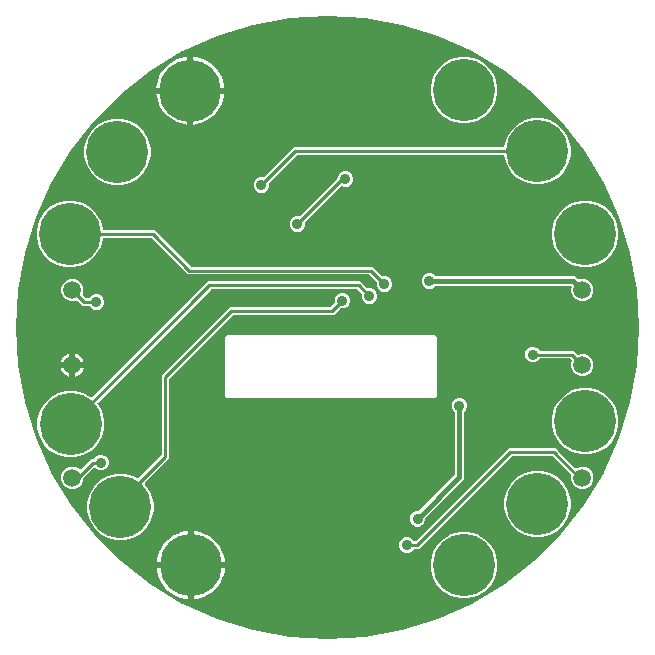
<source format=gbr>
G04 EAGLE Gerber RS-274X export*
G75*
%MOMM*%
%FSLAX34Y34*%
%LPD*%
%INBottom Copper*%
%IPPOS*%
%AMOC8*
5,1,8,0,0,1.08239X$1,22.5*%
G01*
%ADD10C,5.266000*%
%ADD11C,1.500000*%
%ADD12C,0.906400*%
%ADD13C,0.254000*%
%ADD14C,0.406400*%

G36*
X31749Y-262114D02*
X31749Y-262114D01*
X31756Y-262113D01*
X31901Y-262096D01*
X63112Y-256376D01*
X63119Y-256374D01*
X63261Y-256339D01*
X93555Y-246899D01*
X93561Y-246897D01*
X93698Y-246845D01*
X122633Y-233823D01*
X122639Y-233819D01*
X122769Y-233751D01*
X149923Y-217336D01*
X149928Y-217332D01*
X150049Y-217249D01*
X175027Y-197680D01*
X175032Y-197675D01*
X175142Y-197578D01*
X197578Y-175142D01*
X197583Y-175136D01*
X197680Y-175027D01*
X217249Y-150049D01*
X217252Y-150043D01*
X217336Y-149923D01*
X233751Y-122769D01*
X233754Y-122763D01*
X233823Y-122633D01*
X246845Y-93698D01*
X246847Y-93691D01*
X246899Y-93555D01*
X256339Y-63261D01*
X256341Y-63254D01*
X256376Y-63112D01*
X262096Y-31901D01*
X262096Y-31895D01*
X262113Y-31757D01*
X262114Y-31753D01*
X262114Y-31752D01*
X262114Y-31749D01*
X264030Y-77D01*
X264029Y-70D01*
X264030Y77D01*
X262114Y31749D01*
X262113Y31756D01*
X262096Y31901D01*
X256376Y63112D01*
X256374Y63119D01*
X256339Y63261D01*
X246899Y93555D01*
X246897Y93561D01*
X246845Y93698D01*
X233823Y122633D01*
X233819Y122639D01*
X233751Y122769D01*
X217336Y149923D01*
X217332Y149928D01*
X217249Y150049D01*
X197680Y175027D01*
X197675Y175032D01*
X197578Y175142D01*
X175142Y197578D01*
X175136Y197583D01*
X175027Y197680D01*
X150049Y217249D01*
X150043Y217252D01*
X149923Y217336D01*
X122769Y233751D01*
X122763Y233754D01*
X122633Y233823D01*
X93698Y246845D01*
X93691Y246847D01*
X93555Y246899D01*
X63261Y256339D01*
X63254Y256341D01*
X63112Y256376D01*
X31901Y262096D01*
X31894Y262096D01*
X31749Y262114D01*
X77Y264030D01*
X70Y264029D01*
X-77Y264030D01*
X-31749Y262114D01*
X-31756Y262113D01*
X-31901Y262096D01*
X-63112Y256376D01*
X-63116Y256375D01*
X-63120Y256375D01*
X-63132Y256371D01*
X-63261Y256339D01*
X-93555Y246899D01*
X-93561Y246897D01*
X-93698Y246845D01*
X-122633Y233823D01*
X-122639Y233819D01*
X-122769Y233751D01*
X-149923Y217336D01*
X-149928Y217332D01*
X-150049Y217249D01*
X-175027Y197680D01*
X-175032Y197675D01*
X-175142Y197578D01*
X-197578Y175142D01*
X-197583Y175136D01*
X-197680Y175027D01*
X-217249Y150049D01*
X-217252Y150043D01*
X-217336Y149923D01*
X-233751Y122769D01*
X-233754Y122763D01*
X-233823Y122633D01*
X-246845Y93698D01*
X-246847Y93691D01*
X-246899Y93555D01*
X-256339Y63261D01*
X-256341Y63254D01*
X-256376Y63112D01*
X-262096Y31901D01*
X-262096Y31894D01*
X-262114Y31749D01*
X-264030Y77D01*
X-264029Y70D01*
X-264030Y-77D01*
X-262114Y-31749D01*
X-262113Y-31756D01*
X-262096Y-31901D01*
X-256376Y-63112D01*
X-256374Y-63119D01*
X-256339Y-63261D01*
X-246899Y-93555D01*
X-246897Y-93561D01*
X-246845Y-93698D01*
X-233823Y-122633D01*
X-233819Y-122639D01*
X-233751Y-122769D01*
X-217336Y-149923D01*
X-217332Y-149928D01*
X-217249Y-150049D01*
X-197680Y-175027D01*
X-197675Y-175032D01*
X-197578Y-175142D01*
X-175142Y-197578D01*
X-175136Y-197583D01*
X-175027Y-197680D01*
X-150049Y-217249D01*
X-150043Y-217252D01*
X-149923Y-217336D01*
X-122769Y-233751D01*
X-122763Y-233754D01*
X-122633Y-233823D01*
X-93698Y-246845D01*
X-93691Y-246847D01*
X-93555Y-246899D01*
X-63261Y-256339D01*
X-63254Y-256341D01*
X-63112Y-256376D01*
X-31901Y-262096D01*
X-31894Y-262096D01*
X-31749Y-262114D01*
X-77Y-264030D01*
X-70Y-264029D01*
X77Y-264030D01*
X31749Y-262114D01*
G37*
%LPC*%
G36*
X-84872Y-59691D02*
X-84872Y-59691D01*
X-86361Y-58202D01*
X-86361Y-7838D01*
X-84872Y-6349D01*
X91222Y-6349D01*
X92711Y-7838D01*
X92711Y-58202D01*
X91222Y-59691D01*
X-84872Y-59691D01*
G37*
%LPD*%
%LPC*%
G36*
X-221125Y-109897D02*
X-221125Y-109897D01*
X-228274Y-107981D01*
X-234683Y-104281D01*
X-239917Y-99047D01*
X-243617Y-92638D01*
X-245533Y-85489D01*
X-245533Y-78087D01*
X-243617Y-70938D01*
X-239917Y-64529D01*
X-234683Y-59295D01*
X-228274Y-55595D01*
X-221125Y-53679D01*
X-213723Y-53679D01*
X-206574Y-55595D01*
X-200652Y-59014D01*
X-200548Y-59058D01*
X-200448Y-59109D01*
X-200402Y-59119D01*
X-200358Y-59138D01*
X-200247Y-59154D01*
X-200138Y-59179D01*
X-200090Y-59177D01*
X-200044Y-59184D01*
X-199932Y-59172D01*
X-199820Y-59169D01*
X-199774Y-59156D01*
X-199728Y-59151D01*
X-199622Y-59112D01*
X-199514Y-59081D01*
X-199474Y-59057D01*
X-199429Y-59040D01*
X-199337Y-58976D01*
X-199240Y-58919D01*
X-199186Y-58871D01*
X-199168Y-58859D01*
X-199156Y-58845D01*
X-199119Y-58813D01*
X-101230Y39077D01*
X27824Y39077D01*
X33294Y33606D01*
X33373Y33546D01*
X33445Y33478D01*
X33498Y33449D01*
X33546Y33412D01*
X33637Y33372D01*
X33723Y33324D01*
X33782Y33309D01*
X33837Y33285D01*
X33935Y33270D01*
X34031Y33245D01*
X34131Y33239D01*
X34152Y33235D01*
X34164Y33237D01*
X34192Y33235D01*
X36866Y33235D01*
X39279Y32235D01*
X41125Y30389D01*
X42125Y27976D01*
X42125Y25364D01*
X41125Y22951D01*
X39279Y21105D01*
X36866Y20105D01*
X34254Y20105D01*
X31841Y21105D01*
X29995Y22951D01*
X28995Y25364D01*
X28995Y28038D01*
X28983Y28136D01*
X28980Y28235D01*
X28963Y28294D01*
X28955Y28354D01*
X28919Y28446D01*
X28891Y28541D01*
X28861Y28593D01*
X28838Y28649D01*
X28780Y28729D01*
X28730Y28815D01*
X28664Y28890D01*
X28652Y28907D01*
X28642Y28915D01*
X28624Y28936D01*
X25460Y32100D01*
X25381Y32160D01*
X25309Y32228D01*
X25256Y32257D01*
X25208Y32294D01*
X25117Y32334D01*
X25031Y32382D01*
X24972Y32397D01*
X24917Y32421D01*
X24819Y32436D01*
X24723Y32461D01*
X24623Y32467D01*
X24602Y32471D01*
X24590Y32469D01*
X24562Y32471D01*
X-97968Y32471D01*
X-98066Y32459D01*
X-98165Y32456D01*
X-98224Y32439D01*
X-98284Y32431D01*
X-98376Y32395D01*
X-98471Y32367D01*
X-98523Y32337D01*
X-98579Y32314D01*
X-98659Y32256D01*
X-98745Y32206D01*
X-98820Y32140D01*
X-98837Y32128D01*
X-98845Y32118D01*
X-98866Y32100D01*
X-194449Y-63483D01*
X-194518Y-63572D01*
X-194593Y-63656D01*
X-194615Y-63697D01*
X-194644Y-63735D01*
X-194688Y-63838D01*
X-194740Y-63937D01*
X-194751Y-63983D01*
X-194770Y-64027D01*
X-194788Y-64138D01*
X-194813Y-64247D01*
X-194812Y-64294D01*
X-194820Y-64341D01*
X-194809Y-64453D01*
X-194807Y-64565D01*
X-194794Y-64610D01*
X-194790Y-64657D01*
X-194752Y-64763D01*
X-194722Y-64871D01*
X-194690Y-64936D01*
X-194682Y-64957D01*
X-194672Y-64972D01*
X-194650Y-65016D01*
X-191231Y-70938D01*
X-189315Y-78087D01*
X-189315Y-85489D01*
X-191231Y-92638D01*
X-194931Y-99047D01*
X-200165Y-104281D01*
X-206574Y-107981D01*
X-213723Y-109897D01*
X-221125Y-109897D01*
G37*
%LPD*%
%LPC*%
G36*
X-178961Y-180001D02*
X-178961Y-180001D01*
X-186110Y-178085D01*
X-192519Y-174385D01*
X-197753Y-169151D01*
X-201453Y-162742D01*
X-203369Y-155593D01*
X-203369Y-148191D01*
X-201453Y-141042D01*
X-197753Y-134633D01*
X-192519Y-129399D01*
X-186110Y-125699D01*
X-178961Y-123783D01*
X-171559Y-123783D01*
X-164410Y-125699D01*
X-161386Y-127445D01*
X-161282Y-127489D01*
X-161182Y-127540D01*
X-161137Y-127550D01*
X-161093Y-127568D01*
X-160982Y-127585D01*
X-160872Y-127609D01*
X-160825Y-127608D01*
X-160778Y-127615D01*
X-160667Y-127603D01*
X-160554Y-127600D01*
X-160509Y-127586D01*
X-160462Y-127582D01*
X-160357Y-127542D01*
X-160249Y-127511D01*
X-160208Y-127487D01*
X-160164Y-127471D01*
X-160072Y-127407D01*
X-159975Y-127350D01*
X-159920Y-127302D01*
X-159903Y-127289D01*
X-159891Y-127276D01*
X-159854Y-127243D01*
X-140834Y-108224D01*
X-140774Y-108145D01*
X-140706Y-108073D01*
X-140677Y-108020D01*
X-140640Y-107972D01*
X-140600Y-107881D01*
X-140552Y-107795D01*
X-140537Y-107736D01*
X-140513Y-107681D01*
X-140498Y-107583D01*
X-140473Y-107487D01*
X-140467Y-107387D01*
X-140463Y-107366D01*
X-140465Y-107354D01*
X-140463Y-107326D01*
X-140463Y-40542D01*
X-82648Y17273D01*
X1916Y17273D01*
X2014Y17285D01*
X2113Y17288D01*
X2172Y17305D01*
X2232Y17313D01*
X2324Y17349D01*
X2419Y17377D01*
X2471Y17407D01*
X2527Y17430D01*
X2607Y17488D01*
X2693Y17538D01*
X2768Y17604D01*
X2785Y17616D01*
X2793Y17626D01*
X2814Y17644D01*
X5764Y20594D01*
X5824Y20673D01*
X5892Y20745D01*
X5921Y20798D01*
X5958Y20846D01*
X5998Y20937D01*
X6046Y21023D01*
X6061Y21082D01*
X6085Y21137D01*
X6100Y21235D01*
X6125Y21331D01*
X6131Y21431D01*
X6135Y21452D01*
X6133Y21464D01*
X6135Y21492D01*
X6135Y24166D01*
X7135Y26579D01*
X8981Y28425D01*
X11394Y29425D01*
X14006Y29425D01*
X16419Y28425D01*
X18265Y26579D01*
X19265Y24166D01*
X19265Y21554D01*
X18265Y19141D01*
X16419Y17295D01*
X14006Y16295D01*
X11332Y16295D01*
X11234Y16283D01*
X11135Y16280D01*
X11076Y16263D01*
X11016Y16255D01*
X10924Y16219D01*
X10829Y16191D01*
X10777Y16161D01*
X10721Y16138D01*
X10641Y16080D01*
X10555Y16030D01*
X10480Y15964D01*
X10463Y15952D01*
X10455Y15942D01*
X10434Y15924D01*
X5178Y10667D01*
X-79386Y10667D01*
X-79484Y10655D01*
X-79583Y10652D01*
X-79642Y10635D01*
X-79702Y10627D01*
X-79794Y10591D01*
X-79889Y10563D01*
X-79941Y10533D01*
X-79997Y10510D01*
X-80077Y10452D01*
X-80163Y10402D01*
X-80238Y10336D01*
X-80255Y10324D01*
X-80263Y10314D01*
X-80284Y10296D01*
X-133486Y-42906D01*
X-133546Y-42985D01*
X-133614Y-43057D01*
X-133643Y-43110D01*
X-133680Y-43158D01*
X-133720Y-43249D01*
X-133768Y-43335D01*
X-133783Y-43394D01*
X-133807Y-43449D01*
X-133822Y-43547D01*
X-133847Y-43643D01*
X-133853Y-43743D01*
X-133857Y-43764D01*
X-133855Y-43776D01*
X-133857Y-43804D01*
X-133857Y-110588D01*
X-154437Y-131168D01*
X-154510Y-131262D01*
X-154589Y-131351D01*
X-154607Y-131387D01*
X-154632Y-131419D01*
X-154680Y-131529D01*
X-154734Y-131635D01*
X-154742Y-131674D01*
X-154759Y-131711D01*
X-154777Y-131829D01*
X-154803Y-131945D01*
X-154802Y-131985D01*
X-154808Y-132025D01*
X-154797Y-132144D01*
X-154794Y-132263D01*
X-154782Y-132302D01*
X-154779Y-132342D01*
X-154738Y-132454D01*
X-154705Y-132568D01*
X-154685Y-132603D01*
X-154671Y-132641D01*
X-154604Y-132740D01*
X-154544Y-132842D01*
X-154504Y-132887D01*
X-154492Y-132904D01*
X-154477Y-132918D01*
X-154437Y-132963D01*
X-152767Y-134633D01*
X-149067Y-141042D01*
X-147151Y-148191D01*
X-147151Y-155593D01*
X-149067Y-162742D01*
X-152767Y-169151D01*
X-158001Y-174385D01*
X-164410Y-178085D01*
X-171559Y-180001D01*
X-178961Y-180001D01*
G37*
%LPD*%
%LPC*%
G36*
X46954Y30265D02*
X46954Y30265D01*
X44541Y31265D01*
X42695Y33111D01*
X41695Y35524D01*
X41695Y38198D01*
X41683Y38296D01*
X41680Y38395D01*
X41663Y38454D01*
X41655Y38514D01*
X41619Y38606D01*
X41591Y38701D01*
X41561Y38753D01*
X41538Y38809D01*
X41480Y38889D01*
X41430Y38975D01*
X41364Y39050D01*
X41352Y39067D01*
X41342Y39075D01*
X41324Y39096D01*
X35834Y44586D01*
X35755Y44646D01*
X35683Y44714D01*
X35630Y44743D01*
X35582Y44780D01*
X35491Y44820D01*
X35405Y44868D01*
X35346Y44883D01*
X35291Y44907D01*
X35193Y44922D01*
X35097Y44947D01*
X34997Y44953D01*
X34976Y44957D01*
X34964Y44955D01*
X34936Y44957D01*
X-118208Y44957D01*
X-148824Y75574D01*
X-148903Y75634D01*
X-148975Y75702D01*
X-149028Y75731D01*
X-149076Y75768D01*
X-149167Y75808D01*
X-149253Y75856D01*
X-149312Y75871D01*
X-149367Y75895D01*
X-149465Y75910D01*
X-149561Y75935D01*
X-149661Y75941D01*
X-149682Y75945D01*
X-149694Y75943D01*
X-149722Y75945D01*
X-188997Y75945D01*
X-189108Y75931D01*
X-189220Y75925D01*
X-189265Y75911D01*
X-189312Y75905D01*
X-189417Y75864D01*
X-189524Y75831D01*
X-189564Y75806D01*
X-189608Y75788D01*
X-189699Y75722D01*
X-189794Y75663D01*
X-189827Y75629D01*
X-189865Y75602D01*
X-189937Y75515D01*
X-190015Y75434D01*
X-190038Y75393D01*
X-190068Y75357D01*
X-190116Y75255D01*
X-190171Y75157D01*
X-190194Y75088D01*
X-190204Y75069D01*
X-190207Y75051D01*
X-190223Y75005D01*
X-191993Y68398D01*
X-195693Y61989D01*
X-200927Y56755D01*
X-207336Y53055D01*
X-214485Y51139D01*
X-221887Y51139D01*
X-229036Y53055D01*
X-235445Y56755D01*
X-240679Y61989D01*
X-244379Y68398D01*
X-246295Y75547D01*
X-246295Y82949D01*
X-244379Y90098D01*
X-240679Y96507D01*
X-235445Y101741D01*
X-229036Y105441D01*
X-221887Y107357D01*
X-214485Y107357D01*
X-207336Y105441D01*
X-200927Y101741D01*
X-195693Y96507D01*
X-191993Y90098D01*
X-190223Y83491D01*
X-190180Y83387D01*
X-190146Y83281D01*
X-190120Y83241D01*
X-190103Y83197D01*
X-190036Y83107D01*
X-189975Y83012D01*
X-189941Y82980D01*
X-189913Y82942D01*
X-189826Y82871D01*
X-189744Y82794D01*
X-189703Y82771D01*
X-189666Y82741D01*
X-189564Y82695D01*
X-189465Y82640D01*
X-189420Y82629D01*
X-189377Y82609D01*
X-189266Y82589D01*
X-189157Y82561D01*
X-189085Y82556D01*
X-189064Y82553D01*
X-189046Y82554D01*
X-188997Y82551D01*
X-146460Y82551D01*
X-115844Y51934D01*
X-115765Y51874D01*
X-115693Y51806D01*
X-115640Y51777D01*
X-115592Y51740D01*
X-115501Y51700D01*
X-115415Y51652D01*
X-115356Y51637D01*
X-115301Y51613D01*
X-115203Y51598D01*
X-115107Y51573D01*
X-115007Y51567D01*
X-114986Y51563D01*
X-114974Y51565D01*
X-114946Y51563D01*
X38198Y51563D01*
X45994Y43766D01*
X46073Y43706D01*
X46145Y43638D01*
X46198Y43609D01*
X46246Y43572D01*
X46337Y43532D01*
X46423Y43484D01*
X46482Y43469D01*
X46537Y43445D01*
X46635Y43430D01*
X46731Y43405D01*
X46831Y43399D01*
X46852Y43395D01*
X46864Y43397D01*
X46892Y43395D01*
X49566Y43395D01*
X51979Y42395D01*
X53825Y40549D01*
X54825Y38136D01*
X54825Y35524D01*
X53825Y33111D01*
X51979Y31265D01*
X49566Y30265D01*
X46954Y30265D01*
G37*
%LPD*%
%LPC*%
G36*
X-57186Y114085D02*
X-57186Y114085D01*
X-59599Y115085D01*
X-61445Y116931D01*
X-62445Y119344D01*
X-62445Y121956D01*
X-61445Y124369D01*
X-59599Y126215D01*
X-57186Y127215D01*
X-54512Y127215D01*
X-54414Y127227D01*
X-54315Y127230D01*
X-54256Y127247D01*
X-54196Y127255D01*
X-54104Y127291D01*
X-54009Y127319D01*
X-53957Y127349D01*
X-53901Y127372D01*
X-53821Y127430D01*
X-53735Y127480D01*
X-53660Y127546D01*
X-53643Y127558D01*
X-53635Y127568D01*
X-53614Y127586D01*
X-28546Y152655D01*
X148611Y152655D01*
X148722Y152669D01*
X148834Y152675D01*
X148879Y152689D01*
X148926Y152695D01*
X149031Y152736D01*
X149138Y152769D01*
X149178Y152794D01*
X149222Y152812D01*
X149313Y152878D01*
X149408Y152937D01*
X149441Y152971D01*
X149479Y152998D01*
X149551Y153085D01*
X149629Y153166D01*
X149652Y153207D01*
X149682Y153243D01*
X149730Y153345D01*
X149785Y153443D01*
X149808Y153512D01*
X149818Y153531D01*
X149821Y153549D01*
X149837Y153595D01*
X151607Y160202D01*
X155307Y166611D01*
X160541Y171845D01*
X166950Y175545D01*
X174099Y177461D01*
X181501Y177461D01*
X188650Y175545D01*
X195059Y171845D01*
X200293Y166611D01*
X203993Y160202D01*
X205909Y153053D01*
X205909Y145651D01*
X203993Y138502D01*
X200293Y132093D01*
X195059Y126859D01*
X188650Y123159D01*
X181501Y121243D01*
X174099Y121243D01*
X166950Y123159D01*
X160541Y126859D01*
X155307Y132093D01*
X151607Y138502D01*
X149837Y145109D01*
X149794Y145213D01*
X149760Y145319D01*
X149734Y145359D01*
X149717Y145403D01*
X149650Y145493D01*
X149589Y145588D01*
X149555Y145620D01*
X149527Y145658D01*
X149440Y145729D01*
X149358Y145806D01*
X149317Y145829D01*
X149280Y145859D01*
X149178Y145905D01*
X149079Y145960D01*
X149034Y145971D01*
X148991Y145991D01*
X148880Y146011D01*
X148771Y146039D01*
X148699Y146044D01*
X148678Y146047D01*
X148660Y146046D01*
X148611Y146049D01*
X-25284Y146049D01*
X-25382Y146037D01*
X-25481Y146034D01*
X-25540Y146017D01*
X-25600Y146009D01*
X-25692Y145973D01*
X-25787Y145945D01*
X-25839Y145915D01*
X-25895Y145892D01*
X-25975Y145834D01*
X-26061Y145784D01*
X-26136Y145718D01*
X-26153Y145706D01*
X-26161Y145696D01*
X-26182Y145678D01*
X-48944Y122916D01*
X-49004Y122837D01*
X-49072Y122765D01*
X-49101Y122712D01*
X-49138Y122664D01*
X-49178Y122573D01*
X-49226Y122487D01*
X-49241Y122428D01*
X-49265Y122373D01*
X-49280Y122275D01*
X-49305Y122179D01*
X-49311Y122079D01*
X-49315Y122058D01*
X-49313Y122046D01*
X-49315Y122018D01*
X-49315Y119344D01*
X-50315Y116931D01*
X-52161Y115085D01*
X-54574Y114085D01*
X-57186Y114085D01*
G37*
%LPD*%
%LPC*%
G36*
X111869Y173059D02*
X111869Y173059D01*
X104720Y174975D01*
X98311Y178675D01*
X93077Y183909D01*
X89377Y190318D01*
X87461Y197467D01*
X87461Y204869D01*
X89377Y212018D01*
X93077Y218427D01*
X98311Y223661D01*
X104720Y227361D01*
X111869Y229277D01*
X119271Y229277D01*
X126420Y227361D01*
X132829Y223661D01*
X138063Y218427D01*
X141763Y212018D01*
X143679Y204869D01*
X143679Y197467D01*
X141763Y190318D01*
X138063Y183909D01*
X132829Y178675D01*
X126420Y174975D01*
X119271Y173059D01*
X111869Y173059D01*
G37*
%LPD*%
%LPC*%
G36*
X111869Y-229277D02*
X111869Y-229277D01*
X104720Y-227361D01*
X98311Y-223661D01*
X93077Y-218427D01*
X89377Y-212018D01*
X87461Y-204869D01*
X87461Y-197467D01*
X89377Y-190318D01*
X93077Y-183909D01*
X98311Y-178675D01*
X104720Y-174975D01*
X111869Y-173059D01*
X119271Y-173059D01*
X126420Y-174975D01*
X132829Y-178675D01*
X138063Y-183909D01*
X141763Y-190318D01*
X143679Y-197467D01*
X143679Y-204869D01*
X141763Y-212018D01*
X138063Y-218427D01*
X132829Y-223661D01*
X126420Y-227361D01*
X119271Y-229277D01*
X111869Y-229277D01*
G37*
%LPD*%
%LPC*%
G36*
X174099Y-177461D02*
X174099Y-177461D01*
X166950Y-175545D01*
X160541Y-171845D01*
X155307Y-166611D01*
X151607Y-160202D01*
X149691Y-153053D01*
X149691Y-145651D01*
X151607Y-138502D01*
X155307Y-132093D01*
X160541Y-126859D01*
X166950Y-123159D01*
X174099Y-121243D01*
X181501Y-121243D01*
X188650Y-123159D01*
X195059Y-126859D01*
X200293Y-132093D01*
X203993Y-138502D01*
X205909Y-145651D01*
X205909Y-153053D01*
X203993Y-160202D01*
X200293Y-166611D01*
X195059Y-171845D01*
X188650Y-175545D01*
X181501Y-177461D01*
X174099Y-177461D01*
G37*
%LPD*%
%LPC*%
G36*
X-181501Y120481D02*
X-181501Y120481D01*
X-188650Y122397D01*
X-195059Y126097D01*
X-200293Y131331D01*
X-203993Y137740D01*
X-205909Y144889D01*
X-205909Y152291D01*
X-203993Y159440D01*
X-200293Y165849D01*
X-195059Y171083D01*
X-188650Y174783D01*
X-181501Y176699D01*
X-174099Y176699D01*
X-166950Y174783D01*
X-160541Y171083D01*
X-155307Y165849D01*
X-151607Y159440D01*
X-149691Y152291D01*
X-149691Y144889D01*
X-151607Y137740D01*
X-155307Y131331D01*
X-160541Y126097D01*
X-166950Y122397D01*
X-174099Y120481D01*
X-181501Y120481D01*
G37*
%LPD*%
%LPC*%
G36*
X214485Y51139D02*
X214485Y51139D01*
X207336Y53055D01*
X200927Y56755D01*
X195693Y61989D01*
X191993Y68398D01*
X190077Y75547D01*
X190077Y82949D01*
X191993Y90098D01*
X195693Y96507D01*
X200927Y101741D01*
X207336Y105441D01*
X214485Y107357D01*
X221887Y107357D01*
X229036Y105441D01*
X235445Y101741D01*
X240679Y96507D01*
X244379Y90098D01*
X246295Y82949D01*
X246295Y75547D01*
X244379Y68398D01*
X240679Y61989D01*
X235445Y56755D01*
X229036Y53055D01*
X221887Y51139D01*
X214485Y51139D01*
G37*
%LPD*%
%LPC*%
G36*
X214485Y-107357D02*
X214485Y-107357D01*
X207336Y-105441D01*
X200927Y-101741D01*
X195693Y-96507D01*
X191993Y-90098D01*
X190077Y-82949D01*
X190077Y-75547D01*
X191993Y-68398D01*
X195693Y-61989D01*
X200927Y-56755D01*
X207336Y-53055D01*
X214485Y-51139D01*
X221887Y-51139D01*
X229036Y-53055D01*
X235445Y-56755D01*
X240679Y-61989D01*
X244379Y-68398D01*
X246295Y-75547D01*
X246295Y-82949D01*
X244379Y-90098D01*
X240679Y-96507D01*
X235445Y-101741D01*
X229036Y-105441D01*
X221887Y-107357D01*
X214485Y-107357D01*
G37*
%LPD*%
%LPC*%
G36*
X66004Y-190715D02*
X66004Y-190715D01*
X63591Y-189715D01*
X61745Y-187869D01*
X60745Y-185456D01*
X60745Y-182844D01*
X61745Y-180431D01*
X63591Y-178585D01*
X66004Y-177585D01*
X68616Y-177585D01*
X71029Y-178585D01*
X72919Y-180476D01*
X72998Y-180536D01*
X73070Y-180604D01*
X73123Y-180633D01*
X73171Y-180670D01*
X73262Y-180710D01*
X73348Y-180758D01*
X73407Y-180773D01*
X73463Y-180797D01*
X73561Y-180812D01*
X73656Y-180837D01*
X73756Y-180843D01*
X73777Y-180847D01*
X73789Y-180845D01*
X73817Y-180847D01*
X74306Y-180847D01*
X74404Y-180835D01*
X74503Y-180832D01*
X74562Y-180815D01*
X74622Y-180807D01*
X74714Y-180771D01*
X74809Y-180743D01*
X74861Y-180713D01*
X74917Y-180690D01*
X74997Y-180632D01*
X75083Y-180582D01*
X75158Y-180516D01*
X75175Y-180504D01*
X75183Y-180494D01*
X75204Y-180476D01*
X153572Y-102107D01*
X193138Y-102107D01*
X195444Y-104413D01*
X195444Y-104414D01*
X209705Y-118675D01*
X209729Y-118693D01*
X209748Y-118715D01*
X209854Y-118790D01*
X209957Y-118870D01*
X209984Y-118881D01*
X210008Y-118898D01*
X210129Y-118944D01*
X210248Y-118996D01*
X210278Y-119001D01*
X210305Y-119011D01*
X210434Y-119025D01*
X210563Y-119046D01*
X210592Y-119043D01*
X210621Y-119046D01*
X210750Y-119028D01*
X210879Y-119016D01*
X210907Y-119006D01*
X210936Y-119002D01*
X211089Y-118950D01*
X214054Y-117721D01*
X217746Y-117721D01*
X221156Y-119134D01*
X223766Y-121744D01*
X225179Y-125154D01*
X225179Y-128846D01*
X223766Y-132256D01*
X221156Y-134866D01*
X217746Y-136279D01*
X214054Y-136279D01*
X210644Y-134866D01*
X208034Y-132256D01*
X206621Y-128846D01*
X206621Y-125458D01*
X206609Y-125360D01*
X206606Y-125261D01*
X206589Y-125202D01*
X206581Y-125142D01*
X206545Y-125050D01*
X206517Y-124955D01*
X206487Y-124903D01*
X206464Y-124847D01*
X206406Y-124767D01*
X206356Y-124681D01*
X206290Y-124606D01*
X206278Y-124589D01*
X206268Y-124581D01*
X206250Y-124560D01*
X190774Y-109084D01*
X190695Y-109024D01*
X190623Y-108956D01*
X190570Y-108927D01*
X190522Y-108890D01*
X190431Y-108850D01*
X190345Y-108802D01*
X190286Y-108787D01*
X190231Y-108763D01*
X190133Y-108748D01*
X190037Y-108723D01*
X189937Y-108717D01*
X189917Y-108713D01*
X189904Y-108715D01*
X189876Y-108713D01*
X156834Y-108713D01*
X156736Y-108725D01*
X156637Y-108728D01*
X156578Y-108745D01*
X156518Y-108753D01*
X156426Y-108789D01*
X156331Y-108817D01*
X156279Y-108847D01*
X156223Y-108870D01*
X156142Y-108928D01*
X156057Y-108978D01*
X155982Y-109044D01*
X155965Y-109056D01*
X155957Y-109066D01*
X155936Y-109084D01*
X77568Y-187453D01*
X73817Y-187453D01*
X73719Y-187465D01*
X73620Y-187468D01*
X73562Y-187485D01*
X73501Y-187493D01*
X73409Y-187529D01*
X73314Y-187557D01*
X73262Y-187587D01*
X73206Y-187610D01*
X73126Y-187668D01*
X73040Y-187718D01*
X72965Y-187784D01*
X72948Y-187796D01*
X72941Y-187806D01*
X72919Y-187824D01*
X71029Y-189715D01*
X68616Y-190715D01*
X66004Y-190715D01*
G37*
%LPD*%
%LPC*%
G36*
X214054Y22471D02*
X214054Y22471D01*
X210644Y23884D01*
X208034Y26494D01*
X206621Y29904D01*
X206621Y33610D01*
X206637Y33643D01*
X206657Y33751D01*
X206686Y33857D01*
X206687Y33907D01*
X206697Y33956D01*
X206690Y34065D01*
X206691Y34175D01*
X206680Y34223D01*
X206677Y34273D01*
X206643Y34377D01*
X206617Y34484D01*
X206594Y34528D01*
X206579Y34575D01*
X206520Y34668D01*
X206469Y34765D01*
X206435Y34802D01*
X206409Y34844D01*
X206329Y34919D01*
X206255Y35001D01*
X206213Y35028D01*
X206177Y35062D01*
X206081Y35115D01*
X205989Y35175D01*
X205942Y35192D01*
X205898Y35216D01*
X205792Y35243D01*
X205688Y35279D01*
X205639Y35283D01*
X205591Y35295D01*
X205430Y35305D01*
X92105Y35305D01*
X92007Y35293D01*
X91908Y35290D01*
X91850Y35273D01*
X91789Y35265D01*
X91697Y35229D01*
X91602Y35201D01*
X91550Y35171D01*
X91494Y35148D01*
X91414Y35090D01*
X91328Y35040D01*
X91253Y34974D01*
X91236Y34962D01*
X91229Y34952D01*
X91207Y34934D01*
X90079Y33805D01*
X87666Y32805D01*
X85054Y32805D01*
X82641Y33805D01*
X80795Y35651D01*
X79795Y38064D01*
X79795Y40676D01*
X80795Y43089D01*
X82641Y44935D01*
X85054Y45935D01*
X87666Y45935D01*
X90079Y44935D01*
X91207Y43806D01*
X91286Y43746D01*
X91358Y43678D01*
X91411Y43649D01*
X91459Y43612D01*
X91550Y43572D01*
X91636Y43524D01*
X91695Y43509D01*
X91751Y43485D01*
X91849Y43470D01*
X91944Y43445D01*
X92044Y43439D01*
X92065Y43435D01*
X92077Y43437D01*
X92105Y43435D01*
X209964Y43435D01*
X212263Y41135D01*
X212287Y41117D01*
X212306Y41094D01*
X212412Y41020D01*
X212515Y40940D01*
X212542Y40928D01*
X212566Y40911D01*
X212687Y40865D01*
X212807Y40814D01*
X212836Y40809D01*
X212863Y40799D01*
X212992Y40784D01*
X213121Y40764D01*
X213150Y40767D01*
X213179Y40763D01*
X213308Y40781D01*
X213437Y40794D01*
X213465Y40804D01*
X213494Y40808D01*
X213647Y40860D01*
X214054Y41029D01*
X217746Y41029D01*
X221156Y39616D01*
X223766Y37006D01*
X225179Y33596D01*
X225179Y29904D01*
X223766Y26494D01*
X221156Y23884D01*
X217746Y22471D01*
X214054Y22471D01*
G37*
%LPD*%
%LPC*%
G36*
X75046Y-168515D02*
X75046Y-168515D01*
X72633Y-167515D01*
X70787Y-165669D01*
X69787Y-163256D01*
X69787Y-160644D01*
X70787Y-158231D01*
X72633Y-156385D01*
X75046Y-155385D01*
X76643Y-155385D01*
X76741Y-155373D01*
X76840Y-155370D01*
X76898Y-155353D01*
X76958Y-155345D01*
X77050Y-155309D01*
X77145Y-155281D01*
X77197Y-155251D01*
X77254Y-155228D01*
X77334Y-155170D01*
X77419Y-155120D01*
X77495Y-155054D01*
X77511Y-155042D01*
X77519Y-155032D01*
X77540Y-155014D01*
X107324Y-125230D01*
X107384Y-125152D01*
X107452Y-125080D01*
X107481Y-125027D01*
X107518Y-124979D01*
X107558Y-124888D01*
X107606Y-124801D01*
X107621Y-124743D01*
X107645Y-124687D01*
X107660Y-124589D01*
X107685Y-124493D01*
X107691Y-124393D01*
X107695Y-124373D01*
X107693Y-124361D01*
X107695Y-124333D01*
X107695Y-71785D01*
X107683Y-71687D01*
X107680Y-71588D01*
X107663Y-71530D01*
X107655Y-71469D01*
X107619Y-71377D01*
X107591Y-71282D01*
X107561Y-71230D01*
X107538Y-71174D01*
X107480Y-71094D01*
X107430Y-71008D01*
X107364Y-70933D01*
X107352Y-70916D01*
X107342Y-70909D01*
X107324Y-70887D01*
X106195Y-69759D01*
X105195Y-67346D01*
X105195Y-64734D01*
X106195Y-62321D01*
X108041Y-60475D01*
X110454Y-59475D01*
X113066Y-59475D01*
X115479Y-60475D01*
X117325Y-62321D01*
X118325Y-64734D01*
X118325Y-67346D01*
X117325Y-69759D01*
X116196Y-70887D01*
X116136Y-70966D01*
X116068Y-71038D01*
X116039Y-71091D01*
X116002Y-71139D01*
X115962Y-71230D01*
X115914Y-71316D01*
X115899Y-71375D01*
X115875Y-71431D01*
X115860Y-71529D01*
X115835Y-71624D01*
X115829Y-71724D01*
X115825Y-71745D01*
X115827Y-71757D01*
X115825Y-71785D01*
X115825Y-128226D01*
X83288Y-160762D01*
X83228Y-160840D01*
X83160Y-160912D01*
X83131Y-160965D01*
X83094Y-161013D01*
X83054Y-161104D01*
X83006Y-161191D01*
X82991Y-161249D01*
X82967Y-161305D01*
X82952Y-161403D01*
X82927Y-161499D01*
X82921Y-161599D01*
X82917Y-161619D01*
X82919Y-161631D01*
X82917Y-161659D01*
X82917Y-163256D01*
X81917Y-165669D01*
X80071Y-167515D01*
X77658Y-168515D01*
X75046Y-168515D01*
G37*
%LPD*%
%LPC*%
G36*
X214054Y-41029D02*
X214054Y-41029D01*
X210644Y-39616D01*
X208034Y-37006D01*
X206621Y-33596D01*
X206621Y-29904D01*
X207106Y-28735D01*
X207114Y-28706D01*
X207127Y-28680D01*
X207155Y-28553D01*
X207190Y-28428D01*
X207190Y-28398D01*
X207197Y-28370D01*
X207193Y-28240D01*
X207195Y-28110D01*
X207188Y-28081D01*
X207187Y-28052D01*
X207151Y-27927D01*
X207121Y-27801D01*
X207107Y-27775D01*
X207099Y-27746D01*
X207033Y-27634D01*
X206972Y-27520D01*
X206952Y-27498D01*
X206937Y-27472D01*
X206831Y-27351D01*
X206014Y-26534D01*
X205936Y-26474D01*
X205863Y-26406D01*
X205810Y-26377D01*
X205762Y-26340D01*
X205672Y-26300D01*
X205585Y-26252D01*
X205526Y-26237D01*
X205471Y-26213D01*
X205373Y-26198D01*
X205277Y-26173D01*
X205177Y-26167D01*
X205156Y-26163D01*
X205144Y-26165D01*
X205116Y-26163D01*
X180497Y-26163D01*
X180399Y-26175D01*
X180300Y-26178D01*
X180242Y-26195D01*
X180181Y-26203D01*
X180089Y-26239D01*
X179994Y-26267D01*
X179942Y-26297D01*
X179886Y-26320D01*
X179806Y-26378D01*
X179720Y-26428D01*
X179645Y-26494D01*
X179628Y-26506D01*
X179621Y-26516D01*
X179599Y-26534D01*
X177709Y-28425D01*
X175296Y-29425D01*
X172684Y-29425D01*
X170271Y-28425D01*
X168425Y-26579D01*
X167425Y-24166D01*
X167425Y-21554D01*
X168425Y-19141D01*
X170271Y-17295D01*
X172684Y-16295D01*
X175296Y-16295D01*
X177709Y-17295D01*
X179599Y-19186D01*
X179678Y-19246D01*
X179750Y-19314D01*
X179803Y-19343D01*
X179851Y-19380D01*
X179942Y-19420D01*
X180028Y-19468D01*
X180087Y-19483D01*
X180143Y-19507D01*
X180241Y-19522D01*
X180336Y-19547D01*
X180436Y-19553D01*
X180457Y-19557D01*
X180469Y-19555D01*
X180497Y-19557D01*
X208378Y-19557D01*
X210684Y-21864D01*
X210685Y-21864D01*
X211501Y-22681D01*
X211525Y-22699D01*
X211544Y-22721D01*
X211650Y-22796D01*
X211753Y-22876D01*
X211780Y-22887D01*
X211804Y-22904D01*
X211925Y-22950D01*
X212045Y-23002D01*
X212074Y-23007D01*
X212101Y-23017D01*
X212230Y-23031D01*
X212359Y-23052D01*
X212388Y-23049D01*
X212417Y-23052D01*
X212546Y-23034D01*
X212675Y-23022D01*
X212703Y-23012D01*
X212732Y-23008D01*
X212885Y-22956D01*
X214054Y-22471D01*
X217746Y-22471D01*
X221156Y-23884D01*
X223766Y-26494D01*
X225179Y-29904D01*
X225179Y-33596D01*
X223766Y-37006D01*
X221156Y-39616D01*
X217746Y-41029D01*
X214054Y-41029D01*
G37*
%LPD*%
%LPC*%
G36*
X-26706Y81065D02*
X-26706Y81065D01*
X-29119Y82065D01*
X-30965Y83911D01*
X-31965Y86324D01*
X-31965Y88936D01*
X-30965Y91349D01*
X-29119Y93195D01*
X-26706Y94195D01*
X-24032Y94195D01*
X-23934Y94207D01*
X-23835Y94210D01*
X-23776Y94227D01*
X-23716Y94235D01*
X-23624Y94271D01*
X-23529Y94299D01*
X-23477Y94329D01*
X-23421Y94352D01*
X-23341Y94410D01*
X-23255Y94460D01*
X-23180Y94526D01*
X-23163Y94538D01*
X-23155Y94548D01*
X-23134Y94566D01*
X8304Y126004D01*
X8364Y126083D01*
X8432Y126155D01*
X8453Y126193D01*
X8472Y126216D01*
X8479Y126231D01*
X8498Y126256D01*
X8538Y126346D01*
X8586Y126433D01*
X8599Y126485D01*
X8608Y126504D01*
X8609Y126512D01*
X8625Y126547D01*
X8640Y126645D01*
X8665Y126741D01*
X8671Y126841D01*
X8675Y126862D01*
X8673Y126874D01*
X8675Y126902D01*
X8675Y127036D01*
X9675Y129449D01*
X11521Y131295D01*
X13934Y132295D01*
X16546Y132295D01*
X18959Y131295D01*
X20805Y129449D01*
X21805Y127036D01*
X21805Y124424D01*
X20805Y122011D01*
X18959Y120165D01*
X16546Y119165D01*
X13934Y119165D01*
X12506Y119757D01*
X12477Y119765D01*
X12451Y119778D01*
X12324Y119807D01*
X12199Y119841D01*
X12170Y119841D01*
X12141Y119848D01*
X12011Y119844D01*
X11881Y119846D01*
X11852Y119839D01*
X11823Y119838D01*
X11698Y119802D01*
X11572Y119772D01*
X11546Y119758D01*
X11517Y119750D01*
X11406Y119684D01*
X11291Y119623D01*
X11269Y119603D01*
X11243Y119588D01*
X11123Y119482D01*
X-18464Y89896D01*
X-18524Y89817D01*
X-18592Y89745D01*
X-18621Y89692D01*
X-18658Y89644D01*
X-18698Y89553D01*
X-18746Y89467D01*
X-18761Y89408D01*
X-18785Y89353D01*
X-18800Y89255D01*
X-18825Y89159D01*
X-18831Y89059D01*
X-18835Y89038D01*
X-18833Y89026D01*
X-18835Y88998D01*
X-18835Y86324D01*
X-19835Y83911D01*
X-21681Y82065D01*
X-24094Y81065D01*
X-26706Y81065D01*
G37*
%LPD*%
%LPC*%
G36*
X-144845Y203199D02*
X-144845Y203199D01*
X-144586Y205504D01*
X-143864Y208665D01*
X-142793Y211726D01*
X-141386Y214647D01*
X-139661Y217393D01*
X-137639Y219928D01*
X-135346Y222221D01*
X-132811Y224243D01*
X-130065Y225968D01*
X-127144Y227375D01*
X-124083Y228446D01*
X-120922Y229168D01*
X-118617Y229427D01*
X-118617Y203199D01*
X-144845Y203199D01*
G37*
%LPD*%
%LPC*%
G36*
X-120414Y-229676D02*
X-120414Y-229676D01*
X-123575Y-228954D01*
X-126636Y-227883D01*
X-129557Y-226476D01*
X-132303Y-224751D01*
X-134838Y-222729D01*
X-137131Y-220436D01*
X-139153Y-217901D01*
X-140878Y-215155D01*
X-142285Y-212234D01*
X-143356Y-209173D01*
X-144078Y-206012D01*
X-144337Y-203707D01*
X-118109Y-203707D01*
X-118109Y-229935D01*
X-120414Y-229676D01*
G37*
%LPD*%
%LPC*%
G36*
X-113539Y203199D02*
X-113539Y203199D01*
X-113539Y229427D01*
X-111234Y229168D01*
X-108073Y228446D01*
X-105012Y227375D01*
X-102091Y225968D01*
X-99345Y224243D01*
X-96810Y222221D01*
X-94517Y219928D01*
X-92495Y217393D01*
X-90770Y214647D01*
X-89363Y211726D01*
X-88292Y208665D01*
X-87570Y205504D01*
X-87311Y203199D01*
X-113539Y203199D01*
G37*
%LPD*%
%LPC*%
G36*
X-120922Y172152D02*
X-120922Y172152D01*
X-124083Y172874D01*
X-127144Y173945D01*
X-130065Y175352D01*
X-132811Y177077D01*
X-135346Y179099D01*
X-137639Y181392D01*
X-139661Y183927D01*
X-141386Y186673D01*
X-142793Y189594D01*
X-143864Y192655D01*
X-144586Y195816D01*
X-144845Y198121D01*
X-118617Y198121D01*
X-118617Y171893D01*
X-120922Y172152D01*
G37*
%LPD*%
%LPC*%
G36*
X-144337Y-198629D02*
X-144337Y-198629D01*
X-144078Y-196324D01*
X-143356Y-193163D01*
X-142285Y-190102D01*
X-140878Y-187181D01*
X-139153Y-184435D01*
X-137131Y-181900D01*
X-134838Y-179607D01*
X-132303Y-177585D01*
X-129557Y-175860D01*
X-126636Y-174453D01*
X-123575Y-173382D01*
X-120414Y-172660D01*
X-118109Y-172401D01*
X-118109Y-198629D01*
X-144337Y-198629D01*
G37*
%LPD*%
%LPC*%
G36*
X-113031Y-203707D02*
X-113031Y-203707D01*
X-86803Y-203707D01*
X-87062Y-206012D01*
X-87784Y-209173D01*
X-88855Y-212234D01*
X-90262Y-215155D01*
X-91987Y-217901D01*
X-94009Y-220436D01*
X-96302Y-222729D01*
X-98837Y-224751D01*
X-101583Y-226476D01*
X-104504Y-227883D01*
X-107565Y-228954D01*
X-110726Y-229676D01*
X-113031Y-229935D01*
X-113031Y-203707D01*
G37*
%LPD*%
%LPC*%
G36*
X-113539Y198121D02*
X-113539Y198121D01*
X-87311Y198121D01*
X-87570Y195816D01*
X-88292Y192655D01*
X-89363Y189594D01*
X-90770Y186673D01*
X-92495Y183927D01*
X-94517Y181392D01*
X-96810Y179099D01*
X-99345Y177077D01*
X-102091Y175352D01*
X-105012Y173945D01*
X-108073Y172874D01*
X-111234Y172152D01*
X-113539Y171893D01*
X-113539Y198121D01*
G37*
%LPD*%
%LPC*%
G36*
X-113031Y-198629D02*
X-113031Y-198629D01*
X-113031Y-172401D01*
X-110726Y-172660D01*
X-107565Y-173382D01*
X-104504Y-174453D01*
X-101583Y-175860D01*
X-98837Y-177585D01*
X-96302Y-179607D01*
X-94009Y-181900D01*
X-91987Y-184435D01*
X-90262Y-187181D01*
X-88855Y-190102D01*
X-87784Y-193163D01*
X-87062Y-196324D01*
X-86803Y-198629D01*
X-113031Y-198629D01*
G37*
%LPD*%
%LPC*%
G36*
X-217746Y-136279D02*
X-217746Y-136279D01*
X-221156Y-134866D01*
X-223766Y-132256D01*
X-225179Y-128846D01*
X-225179Y-125154D01*
X-223766Y-121744D01*
X-221156Y-119134D01*
X-217746Y-117721D01*
X-214054Y-117721D01*
X-210644Y-119134D01*
X-210032Y-119746D01*
X-209938Y-119819D01*
X-209849Y-119898D01*
X-209813Y-119916D01*
X-209781Y-119941D01*
X-209671Y-119988D01*
X-209565Y-120042D01*
X-209526Y-120051D01*
X-209489Y-120067D01*
X-209371Y-120086D01*
X-209255Y-120112D01*
X-209215Y-120111D01*
X-209175Y-120117D01*
X-209056Y-120106D01*
X-208937Y-120102D01*
X-208898Y-120091D01*
X-208858Y-120087D01*
X-208746Y-120047D01*
X-208632Y-120014D01*
X-208597Y-119993D01*
X-208559Y-119980D01*
X-208460Y-119913D01*
X-208358Y-119852D01*
X-208312Y-119813D01*
X-208296Y-119801D01*
X-208282Y-119786D01*
X-208237Y-119746D01*
X-199488Y-110997D01*
X-198277Y-110997D01*
X-198179Y-110985D01*
X-198080Y-110982D01*
X-198022Y-110965D01*
X-197961Y-110957D01*
X-197869Y-110921D01*
X-197774Y-110893D01*
X-197722Y-110863D01*
X-197666Y-110840D01*
X-197586Y-110782D01*
X-197500Y-110732D01*
X-197425Y-110666D01*
X-197408Y-110654D01*
X-197401Y-110644D01*
X-197379Y-110626D01*
X-195489Y-108735D01*
X-193076Y-107735D01*
X-190464Y-107735D01*
X-188051Y-108735D01*
X-186205Y-110581D01*
X-185205Y-112994D01*
X-185205Y-115606D01*
X-186205Y-118019D01*
X-188051Y-119865D01*
X-190464Y-120865D01*
X-193076Y-120865D01*
X-195489Y-119865D01*
X-196354Y-119000D01*
X-196448Y-118927D01*
X-196537Y-118848D01*
X-196573Y-118830D01*
X-196605Y-118805D01*
X-196715Y-118758D01*
X-196821Y-118703D01*
X-196860Y-118695D01*
X-196897Y-118679D01*
X-197015Y-118660D01*
X-197131Y-118634D01*
X-197171Y-118635D01*
X-197211Y-118629D01*
X-197330Y-118640D01*
X-197449Y-118643D01*
X-197488Y-118655D01*
X-197528Y-118659D01*
X-197640Y-118699D01*
X-197754Y-118732D01*
X-197789Y-118752D01*
X-197827Y-118766D01*
X-197926Y-118833D01*
X-198028Y-118893D01*
X-198073Y-118933D01*
X-198090Y-118945D01*
X-198104Y-118960D01*
X-198149Y-119000D01*
X-206250Y-127100D01*
X-206310Y-127179D01*
X-206378Y-127251D01*
X-206407Y-127304D01*
X-206444Y-127352D01*
X-206484Y-127443D01*
X-206532Y-127529D01*
X-206547Y-127588D01*
X-206571Y-127643D01*
X-206586Y-127741D01*
X-206611Y-127837D01*
X-206617Y-127937D01*
X-206621Y-127958D01*
X-206619Y-127970D01*
X-206621Y-127998D01*
X-206621Y-128846D01*
X-208034Y-132256D01*
X-210644Y-134866D01*
X-214054Y-136279D01*
X-217746Y-136279D01*
G37*
%LPD*%
%LPC*%
G36*
X-196886Y15025D02*
X-196886Y15025D01*
X-199299Y16025D01*
X-201189Y17916D01*
X-201268Y17976D01*
X-201340Y18044D01*
X-201393Y18073D01*
X-201441Y18110D01*
X-201532Y18150D01*
X-201618Y18198D01*
X-201677Y18213D01*
X-201733Y18237D01*
X-201831Y18252D01*
X-201926Y18277D01*
X-202026Y18283D01*
X-202047Y18287D01*
X-202059Y18285D01*
X-202087Y18287D01*
X-207108Y18287D01*
X-211501Y22681D01*
X-211525Y22699D01*
X-211544Y22721D01*
X-211650Y22796D01*
X-211753Y22876D01*
X-211780Y22887D01*
X-211804Y22904D01*
X-211925Y22950D01*
X-212045Y23002D01*
X-212074Y23007D01*
X-212101Y23017D01*
X-212230Y23031D01*
X-212359Y23052D01*
X-212388Y23049D01*
X-212417Y23052D01*
X-212546Y23034D01*
X-212675Y23022D01*
X-212703Y23012D01*
X-212732Y23008D01*
X-212885Y22956D01*
X-214054Y22471D01*
X-217746Y22471D01*
X-221156Y23884D01*
X-223766Y26494D01*
X-225179Y29904D01*
X-225179Y33596D01*
X-223766Y37006D01*
X-221156Y39616D01*
X-217746Y41029D01*
X-214054Y41029D01*
X-210644Y39616D01*
X-208034Y37006D01*
X-206621Y33596D01*
X-206621Y29904D01*
X-207106Y28735D01*
X-207114Y28706D01*
X-207127Y28680D01*
X-207155Y28553D01*
X-207190Y28428D01*
X-207190Y28398D01*
X-207197Y28370D01*
X-207193Y28240D01*
X-207195Y28110D01*
X-207188Y28081D01*
X-207187Y28052D01*
X-207151Y27927D01*
X-207121Y27801D01*
X-207107Y27775D01*
X-207099Y27746D01*
X-207033Y27635D01*
X-206972Y27520D01*
X-206952Y27498D01*
X-206937Y27472D01*
X-206831Y27351D01*
X-204744Y25264D01*
X-204665Y25204D01*
X-204593Y25136D01*
X-204540Y25107D01*
X-204492Y25070D01*
X-204401Y25030D01*
X-204315Y24982D01*
X-204256Y24967D01*
X-204201Y24943D01*
X-204103Y24928D01*
X-204007Y24903D01*
X-203907Y24897D01*
X-203886Y24893D01*
X-203874Y24895D01*
X-203846Y24893D01*
X-202087Y24893D01*
X-201989Y24905D01*
X-201890Y24908D01*
X-201832Y24925D01*
X-201771Y24933D01*
X-201679Y24969D01*
X-201584Y24997D01*
X-201532Y25027D01*
X-201476Y25050D01*
X-201396Y25108D01*
X-201310Y25158D01*
X-201235Y25224D01*
X-201218Y25236D01*
X-201211Y25246D01*
X-201189Y25264D01*
X-199299Y27155D01*
X-196886Y28155D01*
X-194274Y28155D01*
X-191861Y27155D01*
X-190015Y25309D01*
X-189015Y22896D01*
X-189015Y20284D01*
X-190015Y17871D01*
X-191861Y16025D01*
X-194274Y15025D01*
X-196886Y15025D01*
G37*
%LPD*%
%LPC*%
G36*
X-219754Y-41055D02*
X-219754Y-41055D01*
X-221162Y-40338D01*
X-222441Y-39409D01*
X-223559Y-38291D01*
X-224488Y-37012D01*
X-225205Y-35604D01*
X-225632Y-34289D01*
X-218439Y-34289D01*
X-218439Y-41482D01*
X-219754Y-41055D01*
G37*
%LPD*%
%LPC*%
G36*
X-225632Y-29211D02*
X-225632Y-29211D01*
X-225205Y-27896D01*
X-224488Y-26488D01*
X-223559Y-25209D01*
X-222441Y-24091D01*
X-221162Y-23162D01*
X-219754Y-22445D01*
X-218439Y-22018D01*
X-218439Y-29211D01*
X-225632Y-29211D01*
G37*
%LPD*%
%LPC*%
G36*
X-213361Y-34289D02*
X-213361Y-34289D01*
X-206168Y-34289D01*
X-206595Y-35604D01*
X-207312Y-37012D01*
X-208241Y-38291D01*
X-209359Y-39409D01*
X-210638Y-40338D01*
X-212046Y-41055D01*
X-213361Y-41482D01*
X-213361Y-34289D01*
G37*
%LPD*%
%LPC*%
G36*
X-213361Y-29211D02*
X-213361Y-29211D01*
X-213361Y-22018D01*
X-212046Y-22445D01*
X-210638Y-23162D01*
X-209359Y-24091D01*
X-208241Y-25209D01*
X-207312Y-26488D01*
X-206595Y-27896D01*
X-206168Y-29211D01*
X-213361Y-29211D01*
G37*
%LPD*%
%LPC*%
G36*
X-116079Y200659D02*
X-116079Y200659D01*
X-116079Y200661D01*
X-116077Y200661D01*
X-116077Y200659D01*
X-116079Y200659D01*
G37*
%LPD*%
%LPC*%
G36*
X-115571Y-201169D02*
X-115571Y-201169D01*
X-115571Y-201167D01*
X-115569Y-201167D01*
X-115569Y-201169D01*
X-115571Y-201169D01*
G37*
%LPD*%
%LPC*%
G36*
X-215901Y-31751D02*
X-215901Y-31751D01*
X-215901Y-31749D01*
X-215899Y-31749D01*
X-215899Y-31751D01*
X-215901Y-31751D01*
G37*
%LPD*%
D10*
X115570Y201168D03*
X115570Y-201168D03*
X-116078Y200660D03*
X-115570Y-201168D03*
X177800Y149352D03*
X218186Y79248D03*
X218186Y-79248D03*
X177800Y-149352D03*
X-177800Y148590D03*
X-218186Y79248D03*
X-217424Y-81788D03*
X-175260Y-151892D03*
D11*
X-215900Y31750D03*
X215900Y-31750D03*
X-215900Y-127000D03*
X215900Y-127000D03*
X215900Y31750D03*
X-215900Y-31750D03*
D12*
X68580Y76200D03*
X10160Y80010D03*
X-41910Y-198120D03*
X53340Y-175260D03*
X52070Y-144780D03*
X-43180Y-128270D03*
X-80010Y-73660D03*
X83820Y-72390D03*
X12700Y-180340D03*
X-25400Y87630D03*
D13*
X12700Y125730D01*
X15240Y125730D01*
D12*
X15240Y125730D03*
D13*
X-27178Y149352D02*
X177800Y149352D01*
X-27178Y149352D02*
X-55880Y120650D01*
D12*
X-55880Y120650D03*
X111760Y-66040D03*
X86360Y39370D03*
D14*
X208280Y39370D01*
X215900Y31750D01*
X111760Y-66040D02*
X111760Y-126542D01*
X76352Y-161950D01*
D12*
X76352Y-161950D03*
X-191770Y-114300D03*
D13*
X-198120Y-114300D01*
X-210820Y-127000D01*
X-215900Y-127000D01*
D12*
X67310Y-184150D03*
D13*
X76200Y-184150D01*
X213360Y-127000D02*
X215900Y-127000D01*
X154940Y-105410D02*
X76200Y-184150D01*
X154940Y-105410D02*
X191770Y-105410D01*
X213360Y-127000D01*
D12*
X48260Y36830D03*
D13*
X36830Y48260D01*
X-116840Y48260D01*
X-147828Y79248D02*
X-218186Y79248D01*
X-147828Y79248D02*
X-116840Y48260D01*
D12*
X173990Y-22860D03*
D13*
X207010Y-22860D02*
X215900Y-31750D01*
X207010Y-22860D02*
X173990Y-22860D01*
D12*
X-195580Y21590D03*
D13*
X-205740Y21590D01*
X-215900Y31750D01*
D12*
X12700Y22860D03*
D13*
X3810Y13970D01*
X-137160Y-41910D02*
X-137160Y-109220D01*
X-175260Y-147320D01*
X-175260Y-151892D01*
X-81280Y13970D02*
X3810Y13970D01*
X-81280Y13970D02*
X-137160Y-41910D01*
D12*
X35560Y26670D03*
D13*
X26456Y35774D01*
X-99862Y35774D02*
X-217424Y-81788D01*
X-99862Y35774D02*
X26456Y35774D01*
M02*

</source>
